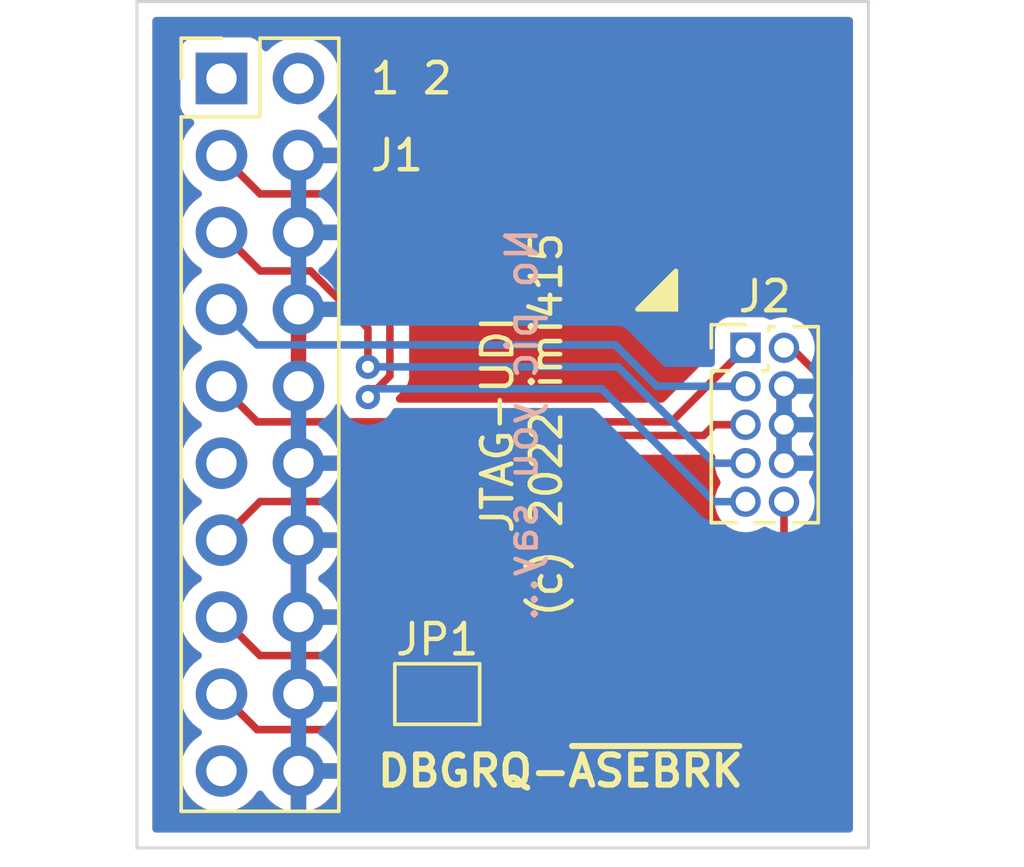
<source format=kicad_pcb>
(kicad_pcb (version 20211014) (generator pcbnew)
  (layers (0 "F.Cu" signal) (31 "B.Cu" signal) (34 "B.Paste" user) (35 "F.Paste" user) (36 "B.SilkS" user "B.Silkscreen") (37 "F.SilkS" user "F.Silkscreen") (38 "B.Mask" user) (39 "F.Mask" user) (44 "Edge.Cuts" user))
  (net 0 "")
  (net 3 "~{TRST}")
  (net 4 "GND")
  (net 5 "TDI")
  (net 6 "TMS")
  (net 7 "TCK")
  (net 9 "TDO")
  (net 10 "~{SRST}")
  (net 11 "DBGRQ")
  (net 13 "~{ASEBREAK}")
  (footprint "Jumper:SolderJumper-2_P1.3mm_Open_TrianglePad1.0x1.5mm" (layer "F.Cu") (at 135.636 115.57)
    (fp_text reference "JP1" (at 0 -1.8) (layer "F.SilkS"))
    (fp_text value "Jumper_2_Open")
    (fp_line (start -1.4 1) (end -1.4 -1) (layer "F.SilkS") (width 0.12))
    (fp_line (start 1.4 1) (end -1.4 1) (layer "F.SilkS") (width 0.12))
    (fp_line (start -1.4 -1) (end 1.4 -1) (layer "F.SilkS") (width 0.12))
    (fp_line (start 1.4 -1) (end 1.4 1) (layer "F.SilkS") (width 0.12))
    (pad "1" smd custom (at -0.725 0) (size 0.3 0.3) (layers "F.Cu" "F.Mask") (net 11 "DBGRQ") (options (clearance outline) (anchor rect)) (primitives (gr_poly (pts (xy 1 0) (xy 0.5 0.75) (xy -0.5 0.75) (xy -0.5 -0.75) (xy 0.5 -0.75)) (width 0) (fill yes))))
    (pad "2" smd custom (at 0.725 0) (size 0.3 0.3) (layers "F.Cu" "F.Mask") (net 13 "~{ASEBREAK}") (options (clearance outline) (anchor rect)) (primitives (gr_poly (pts (xy 0.5 0.75) (xy -0.65 0.75) (xy -0.15 0) (xy -0.65 -0.75) (xy 0.5 -0.75)) (width 0) (fill yes))))
  )
  (footprint "Connector_PinHeader_2.54mm:PinHeader_2x10_P2.54mm_Vertical" (layer "F.Cu") (at 128.519 95.25)
    (fp_text reference "J1" (at 4.831 2.54 180) (layer "F.SilkS") (effects (justify left)))
    (fp_text value "Conn_02x10_Odd_Even")
    (fp_line (start 1.27 -1.33) (end 3.87 -1.33) (layer "F.SilkS") (width 0.12))
    (fp_line (start -1.33 1.27) (end -1.33 24.19) (layer "F.SilkS") (width 0.12))
    (fp_line (start -1.33 1.27) (end 1.27 1.27) (layer "F.SilkS") (width 0.12))
    (fp_line (start -1.33 -1.33) (end 0 -1.33) (layer "F.SilkS") (width 0.12))
    (fp_line (start -1.33 24.19) (end 3.87 24.19) (layer "F.SilkS") (width 0.12))
    (fp_line (start 3.87 -1.33) (end 3.87 24.19) (layer "F.SilkS") (width 0.12))
    (fp_line (start 1.27 1.27) (end 1.27 -1.33) (layer "F.SilkS") (width 0.12))
    (fp_line (start -1.33 0) (end -1.33 -1.33) (layer "F.SilkS") (width 0.12))
    (pad "1" thru_hole rect (at 0 0) (size 1.7 1.7) (drill 1) (layers *.Cu *.Mask))
    (pad "2" thru_hole oval (at 2.54 0) (size 1.7 1.7) (drill 1) (layers *.Cu *.Mask))
    (pad "3" thru_hole oval (at 0 2.54) (size 1.7 1.7) (drill 1) (layers *.Cu *.Mask) (net 3 "~{TRST}"))
    (pad "4" thru_hole oval (at 2.54 2.54) (size 1.7 1.7) (drill 1) (layers *.Cu *.Mask) (net 4 "GND"))
    (pad "5" thru_hole oval (at 0 5.08) (size 1.7 1.7) (drill 1) (layers *.Cu *.Mask) (net 5 "TDI"))
    (pad "6" thru_hole oval (at 2.54 5.08) (size 1.7 1.7) (drill 1) (layers *.Cu *.Mask) (net 4 "GND"))
    (pad "7" thru_hole oval (at 0 7.62) (size 1.7 1.7) (drill 1) (layers *.Cu *.Mask) (net 6 "TMS"))
    (pad "8" thru_hole oval (at 2.54 7.62) (size 1.7 1.7) (drill 1) (layers *.Cu *.Mask) (net 4 "GND"))
    (pad "9" thru_hole oval (at 0 10.16) (size 1.7 1.7) (drill 1) (layers *.Cu *.Mask) (net 7 "TCK"))
    (pad "10" thru_hole oval (at 2.54 10.16) (size 1.7 1.7) (drill 1) (layers *.Cu *.Mask) (net 4 "GND"))
    (pad "11" thru_hole oval (at 0 12.7) (size 1.7 1.7) (drill 1) (layers *.Cu *.Mask))
    (pad "12" thru_hole oval (at 2.54 12.7) (size 1.7 1.7) (drill 1) (layers *.Cu *.Mask) (net 4 "GND"))
    (pad "13" thru_hole oval (at 0 15.24) (size 1.7 1.7) (drill 1) (layers *.Cu *.Mask) (net 9 "TDO"))
    (pad "14" thru_hole oval (at 2.54 15.24) (size 1.7 1.7) (drill 1) (layers *.Cu *.Mask) (net 4 "GND"))
    (pad "15" thru_hole oval (at 0 17.78) (size 1.7 1.7) (drill 1) (layers *.Cu *.Mask) (net 10 "~{SRST}"))
    (pad "16" thru_hole oval (at 2.54 17.78) (size 1.7 1.7) (drill 1) (layers *.Cu *.Mask) (net 4 "GND"))
    (pad "17" thru_hole oval (at 0 20.32) (size 1.7 1.7) (drill 1) (layers *.Cu *.Mask) (net 11 "DBGRQ"))
    (pad "18" thru_hole oval (at 2.54 20.32) (size 1.7 1.7) (drill 1) (layers *.Cu *.Mask) (net 4 "GND"))
    (pad "19" thru_hole oval (at 0 22.86) (size 1.7 1.7) (drill 1) (layers *.Cu *.Mask))
    (pad "20" thru_hole oval (at 2.54 22.86) (size 1.7 1.7) (drill 1) (layers *.Cu *.Mask) (net 4 "GND"))
  )
  (footprint "Connector_PinHeader_1.27mm:PinHeader_2x05_P1.27mm_Vertical" (layer "F.Cu") (at 145.806 104.14)
    (fp_text reference "J2" (at 0.635 -1.695) (layer "F.SilkS"))
    (fp_text value "Conn_02x05_Odd_Even")
    (fp_line (start 2.4 -0.695) (end 2.4 5.775) (layer "F.SilkS") (width 0.12))
    (fp_line (start -1.13 -0.76) (end 0 -0.76) (layer "F.SilkS") (width 0.12))
    (fp_line (start 0.76 -0.563471) (end 0.76 -0.695) (layer "F.SilkS") (width 0.12))
    (fp_line (start 1.57753 -0.695) (end 2.4 -0.695) (layer "F.SilkS") (width 0.12))
    (fp_line (start 0.76 -0.695) (end 0.96247 -0.695) (layer "F.SilkS") (width 0.12))
    (fp_line (start -1.13 0.76) (end -1.13 5.775) (layer "F.SilkS") (width 0.12))
    (fp_line (start -1.13 0.76) (end -0.563471 0.76) (layer "F.SilkS") (width 0.12))
    (fp_line (start 0.76 0.706529) (end 0.76 0.563471) (layer "F.SilkS") (width 0.12))
    (fp_line (start -1.13 5.775) (end -0.30753 5.775) (layer "F.SilkS") (width 0.12))
    (fp_line (start 0.30753 5.775) (end 0.96247 5.775) (layer "F.SilkS") (width 0.12))
    (fp_line (start -1.13 0) (end -1.13 -0.76) (layer "F.SilkS") (width 0.12))
    (fp_line (start 1.57753 5.775) (end 2.4 5.775) (layer "F.SilkS") (width 0.12))
    (fp_line (start 0.563471 0.76) (end 0.706529 0.76) (layer "F.SilkS") (width 0.12))
    (pad "1" thru_hole rect (at 0 0) (size 1 1) (drill 0.65) (layers *.Cu *.Mask) (net 7 "TCK"))
    (pad "2" thru_hole oval (at 1.27 0) (size 1 1) (drill 0.65) (layers *.Cu *.Mask) (net 13 "~{ASEBREAK}"))
    (pad "3" thru_hole oval (at 0 1.27) (size 1 1) (drill 0.65) (layers *.Cu *.Mask) (net 6 "TMS"))
    (pad "4" thru_hole oval (at 1.27 1.27) (size 1 1) (drill 0.65) (layers *.Cu *.Mask) (net 4 "GND"))
    (pad "5" thru_hole oval (at 0 2.54) (size 1 1) (drill 0.65) (layers *.Cu *.Mask) (net 9 "TDO"))
    (pad "6" thru_hole oval (at 1.27 2.54) (size 1 1) (drill 0.65) (layers *.Cu *.Mask) (net 4 "GND"))
    (pad "7" thru_hole oval (at 0 3.81) (size 1 1) (drill 0.65) (layers *.Cu *.Mask) (net 5 "TDI"))
    (pad "8" thru_hole oval (at 1.27 3.81) (size 1 1) (drill 0.65) (layers *.Cu *.Mask) (net 4 "GND"))
    (pad "9" thru_hole oval (at 0 5.08) (size 1 1) (drill 0.65) (layers *.Cu *.Mask) (net 3 "~{TRST}"))
    (pad "10" thru_hole oval (at 1.27 5.08) (size 1 1) (drill 0.65) (layers *.Cu *.Mask) (net 10 "~{SRST}"))
  )
  (gr_poly (pts (xy 143.51 102.87) (xy 142.24 102.87) (xy 143.51 101.6)) (layer "F.SilkS") (width 0.15) (fill solid))
  (gr_line (start 149.86 120.65) (end 125.73 120.65) (layer "Edge.Cuts") (width 0.1))
  (gr_line (start 125.73 92.71) (end 149.86 92.71) (layer "Edge.Cuts") (width 0.1))
  (gr_line (start 149.86 92.71) (end 149.86 120.65) (layer "Edge.Cuts") (width 0.1))
  (gr_line (start 125.73 120.65) (end 125.73 92.71) (layer "Edge.Cuts") (width 0.1))
  (gr_text "No pic you say..." (at 138.43 106.68 90) (layer "B.SilkS") (effects (font (size 1 1)) (justify mirror)))
  (gr_text "DBGRQ-~{ASEBRK}" (at 139.7 118.11) (layer "F.SilkS") (effects (font (size 1 1) (thickness 0.2))))
  (gr_text "1 2" (at 133.35 95.25) (layer "F.SilkS") (effects (font (size 1 1)) (justify left)))
  (gr_text "JTAG-UDI\n(c) 2022 imi415" (at 138.43 106.68 90) (layer "F.SilkS") (effects (font (size 1 1))))
  (segment (start 129.789 99.06) (end 128.519 97.79) (width 0.25) (layer "F.Cu") (net 3))
  (segment (start 132.320444 99.06) (end 129.789 99.06) (width 0.25) (layer "F.Cu") (net 3))
  (segment (start 133.35 105.769003) (end 133.35 105.4945) (width 0.25) (layer "F.Cu") (net 3))
  (segment (start 134.075 105.069805) (end 134.075 100.814556) (width 0.25) (layer "F.Cu") (net 3))
  (segment (start 134.075 100.814556) (end 132.320444 99.06) (width 0.25) (layer "F.Cu") (net 3))
  (segment (start 133.650305 105.4945) (end 134.075 105.069805) (width 0.25) (layer "F.Cu") (net 3))
  (segment (start 133.35 105.4945) (end 133.650305 105.4945) (width 0.25) (layer "F.Cu") (net 3))
  (via (at 133.35 105.769003) (size 0.8) (drill 0.4) (layers "F.Cu" "B.Cu") (net 3))
  (segment (start 133.625003 105.494) (end 141.054 105.494) (width 0.25) (layer "B.Cu") (net 3))
  (segment (start 144.78 109.22) (end 145.806 109.22) (width 0.25) (layer "B.Cu") (net 3))
  (segment (start 141.054 105.494) (end 144.78 109.22) (width 0.25) (layer "B.Cu") (net 3))
  (segment (start 133.35 105.769003) (end 133.625003 105.494) (width 0.25) (layer "B.Cu") (net 3))
  (segment (start 129.793278 101.604278) (end 128.519 100.33) (width 0.25) (layer "F.Cu") (net 5))
  (segment (start 133.35 103.4995) (end 131.454778 101.604278) (width 0.25) (layer "F.Cu") (net 5))
  (segment (start 131.454778 101.604278) (end 129.793278 101.604278) (width 0.25) (layer "F.Cu") (net 5))
  (segment (start 133.35 104.7695) (end 133.35 103.4995) (width 0.25) (layer "F.Cu") (net 5))
  (via (at 133.35 104.7695) (size 0.8) (drill 0.4) (layers "F.Cu" "B.Cu") (net 5))
  (segment (start 141.5995 104.7695) (end 144.78 107.95) (width 0.25) (layer "B.Cu") (net 5))
  (segment (start 133.35 104.7695) (end 141.5995 104.7695) (width 0.25) (layer "B.Cu") (net 5))
  (segment (start 144.78 107.95) (end 145.806 107.95) (width 0.25) (layer "B.Cu") (net 5))
  (segment (start 129.694 104.045) (end 141.511396 104.045) (width 0.25) (layer "B.Cu") (net 6))
  (segment (start 142.876396 105.41) (end 145.806 105.41) (width 0.25) (layer "B.Cu") (net 6))
  (segment (start 128.519 102.87) (end 129.694 104.045) (width 0.25) (layer "B.Cu") (net 6))
  (segment (start 141.511396 104.045) (end 142.876396 105.41) (width 0.25) (layer "B.Cu") (net 6))
  (segment (start 143.361 106.585) (end 145.806 104.14) (width 0.25) (layer "F.Cu") (net 7))
  (segment (start 128.519 105.41) (end 129.694 106.585) (width 0.25) (layer "F.Cu") (net 7))
  (segment (start 129.694 106.585) (end 143.361 106.585) (width 0.25) (layer "F.Cu") (net 7))
  (segment (start 129.793278 109.215722) (end 132.084278 109.215722) (width 0.25) (layer "F.Cu") (net 9))
  (segment (start 128.519 110.49) (end 129.793278 109.215722) (width 0.25) (layer "F.Cu") (net 9))
  (segment (start 144.425 107.035) (end 144.78 106.68) (width 0.25) (layer "F.Cu") (net 9))
  (segment (start 132.084278 109.215722) (end 134.265 107.035) (width 0.25) (layer "F.Cu") (net 9))
  (segment (start 134.265 107.035) (end 144.425 107.035) (width 0.25) (layer "F.Cu") (net 9))
  (segment (start 144.78 106.68) (end 145.806 106.68) (width 0.25) (layer "F.Cu") (net 9))
  (segment (start 129.789 114.3) (end 143.388 114.3) (width 0.25) (layer "F.Cu") (net 10))
  (segment (start 147.076 110.612) (end 147.076 109.22) (width 0.25) (layer "F.Cu") (net 10))
  (segment (start 143.388 114.3) (end 147.076 110.612) (width 0.25) (layer "F.Cu") (net 10))
  (segment (start 128.519 113.03) (end 129.789 114.3) (width 0.25) (layer "F.Cu") (net 10))
  (segment (start 129.694 116.745) (end 133.736 116.745) (width 0.25) (layer "F.Cu") (net 11))
  (segment (start 133.736 116.745) (end 134.911 115.57) (width 0.25) (layer "F.Cu") (net 11))
  (segment (start 128.519 115.57) (end 129.694 116.745) (width 0.25) (layer "F.Cu") (net 11))
  (segment (start 136.361 115.57) (end 142.76247 115.57) (width 0.25) (layer "F.Cu") (net 13))
  (segment (start 148.59 109.74247) (end 148.59 105.41) (width 0.25) (layer "F.Cu") (net 13))
  (segment (start 142.76247 115.57) (end 148.59 109.74247) (width 0.25) (layer "F.Cu") (net 13))
  (segment (start 147.32 104.14) (end 147.076 104.14) (width 0.25) (layer "F.Cu") (net 13))
  (segment (start 148.59 105.41) (end 147.32 104.14) (width 0.25) (layer "F.Cu") (net 13))
  (zone (net 4) (net_name "GND") (layers F&B.Cu) (connect_pads (clearance 0.508)) (min_thickness 0.254) (fill yes (thermal_gap 0.508) (thermal_bridge_width 0.508))
    (polygon (pts (xy 149.86 120.65) (xy 125.73 120.65) (xy 125.73 92.71) (xy 149.86 92.71)))
  )
)
</source>
